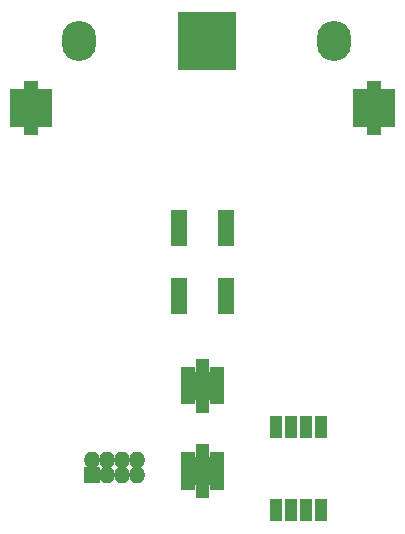
<source format=gbr>
G04 #@! TF.GenerationSoftware,KiCad,Pcbnew,(5.0.0)*
G04 #@! TF.CreationDate,2019-06-08T12:39:54-04:00*
G04 #@! TF.ProjectId,Tiny-er T,54696E792D657220542E6B696361645F,rev?*
G04 #@! TF.SameCoordinates,Original*
G04 #@! TF.FileFunction,Soldermask,Bot*
G04 #@! TF.FilePolarity,Negative*
%FSLAX46Y46*%
G04 Gerber Fmt 4.6, Leading zero omitted, Abs format (unit mm)*
G04 Created by KiCad (PCBNEW (5.0.0)) date 06/08/19 12:39:54*
%MOMM*%
%LPD*%
G01*
G04 APERTURE LIST*
%ADD10R,1.000000X1.950000*%
%ADD11R,1.400000X3.150000*%
%ADD12O,2.900000X3.400000*%
%ADD13R,4.900000X4.900000*%
%ADD14R,1.400000X1.400000*%
%ADD15O,1.400000X1.400000*%
%ADD16R,1.400000X2.400000*%
%ADD17R,0.700000X1.250000*%
%ADD18R,1.250000X0.700000*%
G04 APERTURE END LIST*
D10*
G04 #@! TO.C,U1*
X116195000Y-121500000D03*
X117460000Y-121500000D03*
X118730000Y-121500000D03*
X120000000Y-121500000D03*
X120000000Y-114500000D03*
X118730000Y-114500000D03*
X117460000Y-114500000D03*
X116190000Y-114500000D03*
G04 #@! TD*
D11*
G04 #@! TO.C,SW1*
X112000000Y-97620000D03*
X112000000Y-103380000D03*
X108000000Y-103380000D03*
X108000000Y-97620000D03*
G04 #@! TD*
D12*
G04 #@! TO.C,J1*
X99567000Y-81826100D03*
X121167000Y-81826100D03*
D13*
X110367000Y-81826100D03*
G04 #@! TD*
D14*
G04 #@! TO.C,J2*
X100660000Y-118600000D03*
D15*
X100660000Y-117330000D03*
X101930000Y-118600000D03*
X101930000Y-117330000D03*
X103200000Y-118600000D03*
X103200000Y-117330000D03*
X104470000Y-118600000D03*
X104470000Y-117330000D03*
G04 #@! TD*
D16*
G04 #@! TO.C,U3*
X124500000Y-87500000D03*
D17*
X124750000Y-85800000D03*
X124250000Y-85800000D03*
D18*
X123300000Y-86250000D03*
X123300000Y-86750000D03*
X123300000Y-87250000D03*
X123300000Y-87750000D03*
X123300000Y-88250000D03*
X123300000Y-88750000D03*
D17*
X124250000Y-89200000D03*
X124750000Y-89200000D03*
D18*
X125700000Y-88750000D03*
X125700000Y-88250000D03*
X125700000Y-87750000D03*
X125700000Y-87250000D03*
X125700000Y-86750000D03*
X125700000Y-86250000D03*
G04 #@! TD*
D16*
G04 #@! TO.C,U4*
X110000000Y-111000000D03*
D17*
X110250000Y-109300000D03*
X109750000Y-109300000D03*
D18*
X108800000Y-109750000D03*
X108800000Y-110250000D03*
X108800000Y-110750000D03*
X108800000Y-111250000D03*
X108800000Y-111750000D03*
X108800000Y-112250000D03*
D17*
X109750000Y-112700000D03*
X110250000Y-112700000D03*
D18*
X111200000Y-112250000D03*
X111200000Y-111750000D03*
X111200000Y-111250000D03*
X111200000Y-110750000D03*
X111200000Y-110250000D03*
X111200000Y-109750000D03*
G04 #@! TD*
D16*
G04 #@! TO.C,U5*
X110000000Y-118200000D03*
D17*
X109750000Y-119900000D03*
X110250000Y-119900000D03*
D18*
X111200000Y-119450000D03*
X111200000Y-118950000D03*
X111200000Y-118450000D03*
X111200000Y-117950000D03*
X111200000Y-117450000D03*
X111200000Y-116950000D03*
D17*
X110250000Y-116500000D03*
X109750000Y-116500000D03*
D18*
X108800000Y-116950000D03*
X108800000Y-117450000D03*
X108800000Y-117950000D03*
X108800000Y-118450000D03*
X108800000Y-118950000D03*
X108800000Y-119450000D03*
G04 #@! TD*
D16*
G04 #@! TO.C,U6*
X95500000Y-87500000D03*
D17*
X95750000Y-85800000D03*
X95250000Y-85800000D03*
D18*
X94300000Y-86250000D03*
X94300000Y-86750000D03*
X94300000Y-87250000D03*
X94300000Y-87750000D03*
X94300000Y-88250000D03*
X94300000Y-88750000D03*
D17*
X95250000Y-89200000D03*
X95750000Y-89200000D03*
D18*
X96700000Y-88750000D03*
X96700000Y-88250000D03*
X96700000Y-87750000D03*
X96700000Y-87250000D03*
X96700000Y-86750000D03*
X96700000Y-86250000D03*
G04 #@! TD*
M02*

</source>
